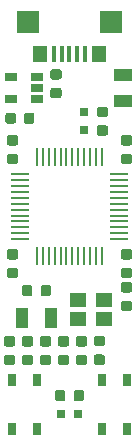
<source format=gtp>
G04 #@! TF.GenerationSoftware,KiCad,Pcbnew,(5.1.0)-1*
G04 #@! TF.CreationDate,2019-08-08T12:31:07-05:00*
G04 #@! TF.ProjectId,STM32F070_Breakout,53544d33-3246-4303-9730-5f427265616b,v02*
G04 #@! TF.SameCoordinates,Original*
G04 #@! TF.FileFunction,Paste,Top*
G04 #@! TF.FilePolarity,Positive*
%FSLAX46Y46*%
G04 Gerber Fmt 4.6, Leading zero omitted, Abs format (unit mm)*
G04 Created by KiCad (PCBNEW (5.1.0)-1) date 2019-08-08 12:31:07*
%MOMM*%
%LPD*%
G04 APERTURE LIST*
%ADD10R,1.560000X0.280000*%
%ADD11R,0.280000X1.560000*%
%ADD12C,0.100000*%
%ADD13C,0.875000*%
%ADD14R,0.800000X0.800000*%
%ADD15R,1.498600X0.990600*%
%ADD16R,1.060000X0.650000*%
%ADD17R,1.000000X1.800000*%
%ADD18R,1.400000X1.150000*%
%ADD19R,0.650000X1.050000*%
%ADD20R,0.400000X1.350000*%
%ADD21R,1.900000X1.900000*%
%ADD22R,1.250000X1.350000*%
G04 APERTURE END LIST*
D10*
X131710000Y-96476000D03*
X131710000Y-95976000D03*
X131710000Y-95476000D03*
X131710000Y-94976000D03*
X131710000Y-94476000D03*
X131710000Y-93976000D03*
X131710000Y-93476000D03*
X131710000Y-92976000D03*
X131710000Y-92476000D03*
X131710000Y-91976000D03*
X131710000Y-91476000D03*
X131710000Y-90976000D03*
D11*
X133140000Y-89546000D03*
X133640000Y-89546000D03*
X134140000Y-89546000D03*
X134640000Y-89546000D03*
X135140000Y-89546000D03*
X135640000Y-89546000D03*
X136140000Y-89546000D03*
X136640000Y-89546000D03*
X137140000Y-89546000D03*
X137640000Y-89546000D03*
X138140000Y-89546000D03*
X138640000Y-89546000D03*
D10*
X140070000Y-90976000D03*
X140070000Y-91476000D03*
X140070000Y-91976000D03*
X140070000Y-92476000D03*
X140070000Y-92976000D03*
X140070000Y-93476000D03*
X140070000Y-93976000D03*
X140070000Y-94476000D03*
X140070000Y-94976000D03*
X140070000Y-95476000D03*
X140070000Y-95976000D03*
X140070000Y-96476000D03*
D11*
X138640000Y-97906000D03*
X138140000Y-97906000D03*
X137640000Y-97906000D03*
X137140000Y-97906000D03*
X136640000Y-97906000D03*
X136140000Y-97906000D03*
X135640000Y-97906000D03*
X135140000Y-97906000D03*
X134640000Y-97906000D03*
X134140000Y-97906000D03*
X133640000Y-97906000D03*
X133140000Y-97906000D03*
D12*
G36*
X136917691Y-109254053D02*
G01*
X136938926Y-109257203D01*
X136959750Y-109262419D01*
X136979962Y-109269651D01*
X136999368Y-109278830D01*
X137017781Y-109289866D01*
X137035024Y-109302654D01*
X137050930Y-109317070D01*
X137065346Y-109332976D01*
X137078134Y-109350219D01*
X137089170Y-109368632D01*
X137098349Y-109388038D01*
X137105581Y-109408250D01*
X137110797Y-109429074D01*
X137113947Y-109450309D01*
X137115000Y-109471750D01*
X137115000Y-109984250D01*
X137113947Y-110005691D01*
X137110797Y-110026926D01*
X137105581Y-110047750D01*
X137098349Y-110067962D01*
X137089170Y-110087368D01*
X137078134Y-110105781D01*
X137065346Y-110123024D01*
X137050930Y-110138930D01*
X137035024Y-110153346D01*
X137017781Y-110166134D01*
X136999368Y-110177170D01*
X136979962Y-110186349D01*
X136959750Y-110193581D01*
X136938926Y-110198797D01*
X136917691Y-110201947D01*
X136896250Y-110203000D01*
X136458750Y-110203000D01*
X136437309Y-110201947D01*
X136416074Y-110198797D01*
X136395250Y-110193581D01*
X136375038Y-110186349D01*
X136355632Y-110177170D01*
X136337219Y-110166134D01*
X136319976Y-110153346D01*
X136304070Y-110138930D01*
X136289654Y-110123024D01*
X136276866Y-110105781D01*
X136265830Y-110087368D01*
X136256651Y-110067962D01*
X136249419Y-110047750D01*
X136244203Y-110026926D01*
X136241053Y-110005691D01*
X136240000Y-109984250D01*
X136240000Y-109471750D01*
X136241053Y-109450309D01*
X136244203Y-109429074D01*
X136249419Y-109408250D01*
X136256651Y-109388038D01*
X136265830Y-109368632D01*
X136276866Y-109350219D01*
X136289654Y-109332976D01*
X136304070Y-109317070D01*
X136319976Y-109302654D01*
X136337219Y-109289866D01*
X136355632Y-109278830D01*
X136375038Y-109269651D01*
X136395250Y-109262419D01*
X136416074Y-109257203D01*
X136437309Y-109254053D01*
X136458750Y-109253000D01*
X136896250Y-109253000D01*
X136917691Y-109254053D01*
X136917691Y-109254053D01*
G37*
D13*
X136677500Y-109728000D03*
D12*
G36*
X135342691Y-109254053D02*
G01*
X135363926Y-109257203D01*
X135384750Y-109262419D01*
X135404962Y-109269651D01*
X135424368Y-109278830D01*
X135442781Y-109289866D01*
X135460024Y-109302654D01*
X135475930Y-109317070D01*
X135490346Y-109332976D01*
X135503134Y-109350219D01*
X135514170Y-109368632D01*
X135523349Y-109388038D01*
X135530581Y-109408250D01*
X135535797Y-109429074D01*
X135538947Y-109450309D01*
X135540000Y-109471750D01*
X135540000Y-109984250D01*
X135538947Y-110005691D01*
X135535797Y-110026926D01*
X135530581Y-110047750D01*
X135523349Y-110067962D01*
X135514170Y-110087368D01*
X135503134Y-110105781D01*
X135490346Y-110123024D01*
X135475930Y-110138930D01*
X135460024Y-110153346D01*
X135442781Y-110166134D01*
X135424368Y-110177170D01*
X135404962Y-110186349D01*
X135384750Y-110193581D01*
X135363926Y-110198797D01*
X135342691Y-110201947D01*
X135321250Y-110203000D01*
X134883750Y-110203000D01*
X134862309Y-110201947D01*
X134841074Y-110198797D01*
X134820250Y-110193581D01*
X134800038Y-110186349D01*
X134780632Y-110177170D01*
X134762219Y-110166134D01*
X134744976Y-110153346D01*
X134729070Y-110138930D01*
X134714654Y-110123024D01*
X134701866Y-110105781D01*
X134690830Y-110087368D01*
X134681651Y-110067962D01*
X134674419Y-110047750D01*
X134669203Y-110026926D01*
X134666053Y-110005691D01*
X134665000Y-109984250D01*
X134665000Y-109471750D01*
X134666053Y-109450309D01*
X134669203Y-109429074D01*
X134674419Y-109408250D01*
X134681651Y-109388038D01*
X134690830Y-109368632D01*
X134701866Y-109350219D01*
X134714654Y-109332976D01*
X134729070Y-109317070D01*
X134744976Y-109302654D01*
X134762219Y-109289866D01*
X134780632Y-109278830D01*
X134800038Y-109269651D01*
X134820250Y-109262419D01*
X134841074Y-109257203D01*
X134862309Y-109254053D01*
X134883750Y-109253000D01*
X135321250Y-109253000D01*
X135342691Y-109254053D01*
X135342691Y-109254053D01*
G37*
D13*
X135102500Y-109728000D03*
D12*
G36*
X132611691Y-104694053D02*
G01*
X132632926Y-104697203D01*
X132653750Y-104702419D01*
X132673962Y-104709651D01*
X132693368Y-104718830D01*
X132711781Y-104729866D01*
X132729024Y-104742654D01*
X132744930Y-104757070D01*
X132759346Y-104772976D01*
X132772134Y-104790219D01*
X132783170Y-104808632D01*
X132792349Y-104828038D01*
X132799581Y-104848250D01*
X132804797Y-104869074D01*
X132807947Y-104890309D01*
X132809000Y-104911750D01*
X132809000Y-105349250D01*
X132807947Y-105370691D01*
X132804797Y-105391926D01*
X132799581Y-105412750D01*
X132792349Y-105432962D01*
X132783170Y-105452368D01*
X132772134Y-105470781D01*
X132759346Y-105488024D01*
X132744930Y-105503930D01*
X132729024Y-105518346D01*
X132711781Y-105531134D01*
X132693368Y-105542170D01*
X132673962Y-105551349D01*
X132653750Y-105558581D01*
X132632926Y-105563797D01*
X132611691Y-105566947D01*
X132590250Y-105568000D01*
X132077750Y-105568000D01*
X132056309Y-105566947D01*
X132035074Y-105563797D01*
X132014250Y-105558581D01*
X131994038Y-105551349D01*
X131974632Y-105542170D01*
X131956219Y-105531134D01*
X131938976Y-105518346D01*
X131923070Y-105503930D01*
X131908654Y-105488024D01*
X131895866Y-105470781D01*
X131884830Y-105452368D01*
X131875651Y-105432962D01*
X131868419Y-105412750D01*
X131863203Y-105391926D01*
X131860053Y-105370691D01*
X131859000Y-105349250D01*
X131859000Y-104911750D01*
X131860053Y-104890309D01*
X131863203Y-104869074D01*
X131868419Y-104848250D01*
X131875651Y-104828038D01*
X131884830Y-104808632D01*
X131895866Y-104790219D01*
X131908654Y-104772976D01*
X131923070Y-104757070D01*
X131938976Y-104742654D01*
X131956219Y-104729866D01*
X131974632Y-104718830D01*
X131994038Y-104709651D01*
X132014250Y-104702419D01*
X132035074Y-104697203D01*
X132056309Y-104694053D01*
X132077750Y-104693000D01*
X132590250Y-104693000D01*
X132611691Y-104694053D01*
X132611691Y-104694053D01*
G37*
D13*
X132334000Y-105130500D03*
D12*
G36*
X132611691Y-106269053D02*
G01*
X132632926Y-106272203D01*
X132653750Y-106277419D01*
X132673962Y-106284651D01*
X132693368Y-106293830D01*
X132711781Y-106304866D01*
X132729024Y-106317654D01*
X132744930Y-106332070D01*
X132759346Y-106347976D01*
X132772134Y-106365219D01*
X132783170Y-106383632D01*
X132792349Y-106403038D01*
X132799581Y-106423250D01*
X132804797Y-106444074D01*
X132807947Y-106465309D01*
X132809000Y-106486750D01*
X132809000Y-106924250D01*
X132807947Y-106945691D01*
X132804797Y-106966926D01*
X132799581Y-106987750D01*
X132792349Y-107007962D01*
X132783170Y-107027368D01*
X132772134Y-107045781D01*
X132759346Y-107063024D01*
X132744930Y-107078930D01*
X132729024Y-107093346D01*
X132711781Y-107106134D01*
X132693368Y-107117170D01*
X132673962Y-107126349D01*
X132653750Y-107133581D01*
X132632926Y-107138797D01*
X132611691Y-107141947D01*
X132590250Y-107143000D01*
X132077750Y-107143000D01*
X132056309Y-107141947D01*
X132035074Y-107138797D01*
X132014250Y-107133581D01*
X131994038Y-107126349D01*
X131974632Y-107117170D01*
X131956219Y-107106134D01*
X131938976Y-107093346D01*
X131923070Y-107078930D01*
X131908654Y-107063024D01*
X131895866Y-107045781D01*
X131884830Y-107027368D01*
X131875651Y-107007962D01*
X131868419Y-106987750D01*
X131863203Y-106966926D01*
X131860053Y-106945691D01*
X131859000Y-106924250D01*
X131859000Y-106486750D01*
X131860053Y-106465309D01*
X131863203Y-106444074D01*
X131868419Y-106423250D01*
X131875651Y-106403038D01*
X131884830Y-106383632D01*
X131895866Y-106365219D01*
X131908654Y-106347976D01*
X131923070Y-106332070D01*
X131938976Y-106317654D01*
X131956219Y-106304866D01*
X131974632Y-106293830D01*
X131994038Y-106284651D01*
X132014250Y-106277419D01*
X132035074Y-106272203D01*
X132056309Y-106269053D01*
X132077750Y-106268000D01*
X132590250Y-106268000D01*
X132611691Y-106269053D01*
X132611691Y-106269053D01*
G37*
D13*
X132334000Y-106705500D03*
D12*
G36*
X134135691Y-106269053D02*
G01*
X134156926Y-106272203D01*
X134177750Y-106277419D01*
X134197962Y-106284651D01*
X134217368Y-106293830D01*
X134235781Y-106304866D01*
X134253024Y-106317654D01*
X134268930Y-106332070D01*
X134283346Y-106347976D01*
X134296134Y-106365219D01*
X134307170Y-106383632D01*
X134316349Y-106403038D01*
X134323581Y-106423250D01*
X134328797Y-106444074D01*
X134331947Y-106465309D01*
X134333000Y-106486750D01*
X134333000Y-106924250D01*
X134331947Y-106945691D01*
X134328797Y-106966926D01*
X134323581Y-106987750D01*
X134316349Y-107007962D01*
X134307170Y-107027368D01*
X134296134Y-107045781D01*
X134283346Y-107063024D01*
X134268930Y-107078930D01*
X134253024Y-107093346D01*
X134235781Y-107106134D01*
X134217368Y-107117170D01*
X134197962Y-107126349D01*
X134177750Y-107133581D01*
X134156926Y-107138797D01*
X134135691Y-107141947D01*
X134114250Y-107143000D01*
X133601750Y-107143000D01*
X133580309Y-107141947D01*
X133559074Y-107138797D01*
X133538250Y-107133581D01*
X133518038Y-107126349D01*
X133498632Y-107117170D01*
X133480219Y-107106134D01*
X133462976Y-107093346D01*
X133447070Y-107078930D01*
X133432654Y-107063024D01*
X133419866Y-107045781D01*
X133408830Y-107027368D01*
X133399651Y-107007962D01*
X133392419Y-106987750D01*
X133387203Y-106966926D01*
X133384053Y-106945691D01*
X133383000Y-106924250D01*
X133383000Y-106486750D01*
X133384053Y-106465309D01*
X133387203Y-106444074D01*
X133392419Y-106423250D01*
X133399651Y-106403038D01*
X133408830Y-106383632D01*
X133419866Y-106365219D01*
X133432654Y-106347976D01*
X133447070Y-106332070D01*
X133462976Y-106317654D01*
X133480219Y-106304866D01*
X133498632Y-106293830D01*
X133518038Y-106284651D01*
X133538250Y-106277419D01*
X133559074Y-106272203D01*
X133580309Y-106269053D01*
X133601750Y-106268000D01*
X134114250Y-106268000D01*
X134135691Y-106269053D01*
X134135691Y-106269053D01*
G37*
D13*
X133858000Y-106705500D03*
D12*
G36*
X134135691Y-104694053D02*
G01*
X134156926Y-104697203D01*
X134177750Y-104702419D01*
X134197962Y-104709651D01*
X134217368Y-104718830D01*
X134235781Y-104729866D01*
X134253024Y-104742654D01*
X134268930Y-104757070D01*
X134283346Y-104772976D01*
X134296134Y-104790219D01*
X134307170Y-104808632D01*
X134316349Y-104828038D01*
X134323581Y-104848250D01*
X134328797Y-104869074D01*
X134331947Y-104890309D01*
X134333000Y-104911750D01*
X134333000Y-105349250D01*
X134331947Y-105370691D01*
X134328797Y-105391926D01*
X134323581Y-105412750D01*
X134316349Y-105432962D01*
X134307170Y-105452368D01*
X134296134Y-105470781D01*
X134283346Y-105488024D01*
X134268930Y-105503930D01*
X134253024Y-105518346D01*
X134235781Y-105531134D01*
X134217368Y-105542170D01*
X134197962Y-105551349D01*
X134177750Y-105558581D01*
X134156926Y-105563797D01*
X134135691Y-105566947D01*
X134114250Y-105568000D01*
X133601750Y-105568000D01*
X133580309Y-105566947D01*
X133559074Y-105563797D01*
X133538250Y-105558581D01*
X133518038Y-105551349D01*
X133498632Y-105542170D01*
X133480219Y-105531134D01*
X133462976Y-105518346D01*
X133447070Y-105503930D01*
X133432654Y-105488024D01*
X133419866Y-105470781D01*
X133408830Y-105452368D01*
X133399651Y-105432962D01*
X133392419Y-105412750D01*
X133387203Y-105391926D01*
X133384053Y-105370691D01*
X133383000Y-105349250D01*
X133383000Y-104911750D01*
X133384053Y-104890309D01*
X133387203Y-104869074D01*
X133392419Y-104848250D01*
X133399651Y-104828038D01*
X133408830Y-104808632D01*
X133419866Y-104790219D01*
X133432654Y-104772976D01*
X133447070Y-104757070D01*
X133462976Y-104742654D01*
X133480219Y-104729866D01*
X133498632Y-104718830D01*
X133518038Y-104709651D01*
X133538250Y-104702419D01*
X133559074Y-104697203D01*
X133580309Y-104694053D01*
X133601750Y-104693000D01*
X134114250Y-104693000D01*
X134135691Y-104694053D01*
X134135691Y-104694053D01*
G37*
D13*
X133858000Y-105130500D03*
D12*
G36*
X140993691Y-97328053D02*
G01*
X141014926Y-97331203D01*
X141035750Y-97336419D01*
X141055962Y-97343651D01*
X141075368Y-97352830D01*
X141093781Y-97363866D01*
X141111024Y-97376654D01*
X141126930Y-97391070D01*
X141141346Y-97406976D01*
X141154134Y-97424219D01*
X141165170Y-97442632D01*
X141174349Y-97462038D01*
X141181581Y-97482250D01*
X141186797Y-97503074D01*
X141189947Y-97524309D01*
X141191000Y-97545750D01*
X141191000Y-97983250D01*
X141189947Y-98004691D01*
X141186797Y-98025926D01*
X141181581Y-98046750D01*
X141174349Y-98066962D01*
X141165170Y-98086368D01*
X141154134Y-98104781D01*
X141141346Y-98122024D01*
X141126930Y-98137930D01*
X141111024Y-98152346D01*
X141093781Y-98165134D01*
X141075368Y-98176170D01*
X141055962Y-98185349D01*
X141035750Y-98192581D01*
X141014926Y-98197797D01*
X140993691Y-98200947D01*
X140972250Y-98202000D01*
X140459750Y-98202000D01*
X140438309Y-98200947D01*
X140417074Y-98197797D01*
X140396250Y-98192581D01*
X140376038Y-98185349D01*
X140356632Y-98176170D01*
X140338219Y-98165134D01*
X140320976Y-98152346D01*
X140305070Y-98137930D01*
X140290654Y-98122024D01*
X140277866Y-98104781D01*
X140266830Y-98086368D01*
X140257651Y-98066962D01*
X140250419Y-98046750D01*
X140245203Y-98025926D01*
X140242053Y-98004691D01*
X140241000Y-97983250D01*
X140241000Y-97545750D01*
X140242053Y-97524309D01*
X140245203Y-97503074D01*
X140250419Y-97482250D01*
X140257651Y-97462038D01*
X140266830Y-97442632D01*
X140277866Y-97424219D01*
X140290654Y-97406976D01*
X140305070Y-97391070D01*
X140320976Y-97376654D01*
X140338219Y-97363866D01*
X140356632Y-97352830D01*
X140376038Y-97343651D01*
X140396250Y-97336419D01*
X140417074Y-97331203D01*
X140438309Y-97328053D01*
X140459750Y-97327000D01*
X140972250Y-97327000D01*
X140993691Y-97328053D01*
X140993691Y-97328053D01*
G37*
D13*
X140716000Y-97764500D03*
D12*
G36*
X140993691Y-98903053D02*
G01*
X141014926Y-98906203D01*
X141035750Y-98911419D01*
X141055962Y-98918651D01*
X141075368Y-98927830D01*
X141093781Y-98938866D01*
X141111024Y-98951654D01*
X141126930Y-98966070D01*
X141141346Y-98981976D01*
X141154134Y-98999219D01*
X141165170Y-99017632D01*
X141174349Y-99037038D01*
X141181581Y-99057250D01*
X141186797Y-99078074D01*
X141189947Y-99099309D01*
X141191000Y-99120750D01*
X141191000Y-99558250D01*
X141189947Y-99579691D01*
X141186797Y-99600926D01*
X141181581Y-99621750D01*
X141174349Y-99641962D01*
X141165170Y-99661368D01*
X141154134Y-99679781D01*
X141141346Y-99697024D01*
X141126930Y-99712930D01*
X141111024Y-99727346D01*
X141093781Y-99740134D01*
X141075368Y-99751170D01*
X141055962Y-99760349D01*
X141035750Y-99767581D01*
X141014926Y-99772797D01*
X140993691Y-99775947D01*
X140972250Y-99777000D01*
X140459750Y-99777000D01*
X140438309Y-99775947D01*
X140417074Y-99772797D01*
X140396250Y-99767581D01*
X140376038Y-99760349D01*
X140356632Y-99751170D01*
X140338219Y-99740134D01*
X140320976Y-99727346D01*
X140305070Y-99712930D01*
X140290654Y-99697024D01*
X140277866Y-99679781D01*
X140266830Y-99661368D01*
X140257651Y-99641962D01*
X140250419Y-99621750D01*
X140245203Y-99600926D01*
X140242053Y-99579691D01*
X140241000Y-99558250D01*
X140241000Y-99120750D01*
X140242053Y-99099309D01*
X140245203Y-99078074D01*
X140250419Y-99057250D01*
X140257651Y-99037038D01*
X140266830Y-99017632D01*
X140277866Y-98999219D01*
X140290654Y-98981976D01*
X140305070Y-98966070D01*
X140320976Y-98951654D01*
X140338219Y-98938866D01*
X140356632Y-98927830D01*
X140376038Y-98918651D01*
X140396250Y-98911419D01*
X140417074Y-98906203D01*
X140438309Y-98903053D01*
X140459750Y-98902000D01*
X140972250Y-98902000D01*
X140993691Y-98903053D01*
X140993691Y-98903053D01*
G37*
D13*
X140716000Y-99339500D03*
D12*
G36*
X135024691Y-82088053D02*
G01*
X135045926Y-82091203D01*
X135066750Y-82096419D01*
X135086962Y-82103651D01*
X135106368Y-82112830D01*
X135124781Y-82123866D01*
X135142024Y-82136654D01*
X135157930Y-82151070D01*
X135172346Y-82166976D01*
X135185134Y-82184219D01*
X135196170Y-82202632D01*
X135205349Y-82222038D01*
X135212581Y-82242250D01*
X135217797Y-82263074D01*
X135220947Y-82284309D01*
X135222000Y-82305750D01*
X135222000Y-82743250D01*
X135220947Y-82764691D01*
X135217797Y-82785926D01*
X135212581Y-82806750D01*
X135205349Y-82826962D01*
X135196170Y-82846368D01*
X135185134Y-82864781D01*
X135172346Y-82882024D01*
X135157930Y-82897930D01*
X135142024Y-82912346D01*
X135124781Y-82925134D01*
X135106368Y-82936170D01*
X135086962Y-82945349D01*
X135066750Y-82952581D01*
X135045926Y-82957797D01*
X135024691Y-82960947D01*
X135003250Y-82962000D01*
X134490750Y-82962000D01*
X134469309Y-82960947D01*
X134448074Y-82957797D01*
X134427250Y-82952581D01*
X134407038Y-82945349D01*
X134387632Y-82936170D01*
X134369219Y-82925134D01*
X134351976Y-82912346D01*
X134336070Y-82897930D01*
X134321654Y-82882024D01*
X134308866Y-82864781D01*
X134297830Y-82846368D01*
X134288651Y-82826962D01*
X134281419Y-82806750D01*
X134276203Y-82785926D01*
X134273053Y-82764691D01*
X134272000Y-82743250D01*
X134272000Y-82305750D01*
X134273053Y-82284309D01*
X134276203Y-82263074D01*
X134281419Y-82242250D01*
X134288651Y-82222038D01*
X134297830Y-82202632D01*
X134308866Y-82184219D01*
X134321654Y-82166976D01*
X134336070Y-82151070D01*
X134351976Y-82136654D01*
X134369219Y-82123866D01*
X134387632Y-82112830D01*
X134407038Y-82103651D01*
X134427250Y-82096419D01*
X134448074Y-82091203D01*
X134469309Y-82088053D01*
X134490750Y-82087000D01*
X135003250Y-82087000D01*
X135024691Y-82088053D01*
X135024691Y-82088053D01*
G37*
D13*
X134747000Y-82524500D03*
D12*
G36*
X135024691Y-83663053D02*
G01*
X135045926Y-83666203D01*
X135066750Y-83671419D01*
X135086962Y-83678651D01*
X135106368Y-83687830D01*
X135124781Y-83698866D01*
X135142024Y-83711654D01*
X135157930Y-83726070D01*
X135172346Y-83741976D01*
X135185134Y-83759219D01*
X135196170Y-83777632D01*
X135205349Y-83797038D01*
X135212581Y-83817250D01*
X135217797Y-83838074D01*
X135220947Y-83859309D01*
X135222000Y-83880750D01*
X135222000Y-84318250D01*
X135220947Y-84339691D01*
X135217797Y-84360926D01*
X135212581Y-84381750D01*
X135205349Y-84401962D01*
X135196170Y-84421368D01*
X135185134Y-84439781D01*
X135172346Y-84457024D01*
X135157930Y-84472930D01*
X135142024Y-84487346D01*
X135124781Y-84500134D01*
X135106368Y-84511170D01*
X135086962Y-84520349D01*
X135066750Y-84527581D01*
X135045926Y-84532797D01*
X135024691Y-84535947D01*
X135003250Y-84537000D01*
X134490750Y-84537000D01*
X134469309Y-84535947D01*
X134448074Y-84532797D01*
X134427250Y-84527581D01*
X134407038Y-84520349D01*
X134387632Y-84511170D01*
X134369219Y-84500134D01*
X134351976Y-84487346D01*
X134336070Y-84472930D01*
X134321654Y-84457024D01*
X134308866Y-84439781D01*
X134297830Y-84421368D01*
X134288651Y-84401962D01*
X134281419Y-84381750D01*
X134276203Y-84360926D01*
X134273053Y-84339691D01*
X134272000Y-84318250D01*
X134272000Y-83880750D01*
X134273053Y-83859309D01*
X134276203Y-83838074D01*
X134281419Y-83817250D01*
X134288651Y-83797038D01*
X134297830Y-83777632D01*
X134308866Y-83759219D01*
X134321654Y-83741976D01*
X134336070Y-83726070D01*
X134351976Y-83711654D01*
X134369219Y-83698866D01*
X134387632Y-83687830D01*
X134407038Y-83678651D01*
X134427250Y-83671419D01*
X134448074Y-83666203D01*
X134469309Y-83663053D01*
X134490750Y-83662000D01*
X135003250Y-83662000D01*
X135024691Y-83663053D01*
X135024691Y-83663053D01*
G37*
D13*
X134747000Y-84099500D03*
D12*
G36*
X132726691Y-85759053D02*
G01*
X132747926Y-85762203D01*
X132768750Y-85767419D01*
X132788962Y-85774651D01*
X132808368Y-85783830D01*
X132826781Y-85794866D01*
X132844024Y-85807654D01*
X132859930Y-85822070D01*
X132874346Y-85837976D01*
X132887134Y-85855219D01*
X132898170Y-85873632D01*
X132907349Y-85893038D01*
X132914581Y-85913250D01*
X132919797Y-85934074D01*
X132922947Y-85955309D01*
X132924000Y-85976750D01*
X132924000Y-86489250D01*
X132922947Y-86510691D01*
X132919797Y-86531926D01*
X132914581Y-86552750D01*
X132907349Y-86572962D01*
X132898170Y-86592368D01*
X132887134Y-86610781D01*
X132874346Y-86628024D01*
X132859930Y-86643930D01*
X132844024Y-86658346D01*
X132826781Y-86671134D01*
X132808368Y-86682170D01*
X132788962Y-86691349D01*
X132768750Y-86698581D01*
X132747926Y-86703797D01*
X132726691Y-86706947D01*
X132705250Y-86708000D01*
X132267750Y-86708000D01*
X132246309Y-86706947D01*
X132225074Y-86703797D01*
X132204250Y-86698581D01*
X132184038Y-86691349D01*
X132164632Y-86682170D01*
X132146219Y-86671134D01*
X132128976Y-86658346D01*
X132113070Y-86643930D01*
X132098654Y-86628024D01*
X132085866Y-86610781D01*
X132074830Y-86592368D01*
X132065651Y-86572962D01*
X132058419Y-86552750D01*
X132053203Y-86531926D01*
X132050053Y-86510691D01*
X132049000Y-86489250D01*
X132049000Y-85976750D01*
X132050053Y-85955309D01*
X132053203Y-85934074D01*
X132058419Y-85913250D01*
X132065651Y-85893038D01*
X132074830Y-85873632D01*
X132085866Y-85855219D01*
X132098654Y-85837976D01*
X132113070Y-85822070D01*
X132128976Y-85807654D01*
X132146219Y-85794866D01*
X132164632Y-85783830D01*
X132184038Y-85774651D01*
X132204250Y-85767419D01*
X132225074Y-85762203D01*
X132246309Y-85759053D01*
X132267750Y-85758000D01*
X132705250Y-85758000D01*
X132726691Y-85759053D01*
X132726691Y-85759053D01*
G37*
D13*
X132486500Y-86233000D03*
D12*
G36*
X131151691Y-85759053D02*
G01*
X131172926Y-85762203D01*
X131193750Y-85767419D01*
X131213962Y-85774651D01*
X131233368Y-85783830D01*
X131251781Y-85794866D01*
X131269024Y-85807654D01*
X131284930Y-85822070D01*
X131299346Y-85837976D01*
X131312134Y-85855219D01*
X131323170Y-85873632D01*
X131332349Y-85893038D01*
X131339581Y-85913250D01*
X131344797Y-85934074D01*
X131347947Y-85955309D01*
X131349000Y-85976750D01*
X131349000Y-86489250D01*
X131347947Y-86510691D01*
X131344797Y-86531926D01*
X131339581Y-86552750D01*
X131332349Y-86572962D01*
X131323170Y-86592368D01*
X131312134Y-86610781D01*
X131299346Y-86628024D01*
X131284930Y-86643930D01*
X131269024Y-86658346D01*
X131251781Y-86671134D01*
X131233368Y-86682170D01*
X131213962Y-86691349D01*
X131193750Y-86698581D01*
X131172926Y-86703797D01*
X131151691Y-86706947D01*
X131130250Y-86708000D01*
X130692750Y-86708000D01*
X130671309Y-86706947D01*
X130650074Y-86703797D01*
X130629250Y-86698581D01*
X130609038Y-86691349D01*
X130589632Y-86682170D01*
X130571219Y-86671134D01*
X130553976Y-86658346D01*
X130538070Y-86643930D01*
X130523654Y-86628024D01*
X130510866Y-86610781D01*
X130499830Y-86592368D01*
X130490651Y-86572962D01*
X130483419Y-86552750D01*
X130478203Y-86531926D01*
X130475053Y-86510691D01*
X130474000Y-86489250D01*
X130474000Y-85976750D01*
X130475053Y-85955309D01*
X130478203Y-85934074D01*
X130483419Y-85913250D01*
X130490651Y-85893038D01*
X130499830Y-85873632D01*
X130510866Y-85855219D01*
X130523654Y-85837976D01*
X130538070Y-85822070D01*
X130553976Y-85807654D01*
X130571219Y-85794866D01*
X130589632Y-85783830D01*
X130609038Y-85774651D01*
X130629250Y-85767419D01*
X130650074Y-85762203D01*
X130671309Y-85759053D01*
X130692750Y-85758000D01*
X131130250Y-85758000D01*
X131151691Y-85759053D01*
X131151691Y-85759053D01*
G37*
D13*
X130911500Y-86233000D03*
D12*
G36*
X138707691Y-104668553D02*
G01*
X138728926Y-104671703D01*
X138749750Y-104676919D01*
X138769962Y-104684151D01*
X138789368Y-104693330D01*
X138807781Y-104704366D01*
X138825024Y-104717154D01*
X138840930Y-104731570D01*
X138855346Y-104747476D01*
X138868134Y-104764719D01*
X138879170Y-104783132D01*
X138888349Y-104802538D01*
X138895581Y-104822750D01*
X138900797Y-104843574D01*
X138903947Y-104864809D01*
X138905000Y-104886250D01*
X138905000Y-105323750D01*
X138903947Y-105345191D01*
X138900797Y-105366426D01*
X138895581Y-105387250D01*
X138888349Y-105407462D01*
X138879170Y-105426868D01*
X138868134Y-105445281D01*
X138855346Y-105462524D01*
X138840930Y-105478430D01*
X138825024Y-105492846D01*
X138807781Y-105505634D01*
X138789368Y-105516670D01*
X138769962Y-105525849D01*
X138749750Y-105533081D01*
X138728926Y-105538297D01*
X138707691Y-105541447D01*
X138686250Y-105542500D01*
X138173750Y-105542500D01*
X138152309Y-105541447D01*
X138131074Y-105538297D01*
X138110250Y-105533081D01*
X138090038Y-105525849D01*
X138070632Y-105516670D01*
X138052219Y-105505634D01*
X138034976Y-105492846D01*
X138019070Y-105478430D01*
X138004654Y-105462524D01*
X137991866Y-105445281D01*
X137980830Y-105426868D01*
X137971651Y-105407462D01*
X137964419Y-105387250D01*
X137959203Y-105366426D01*
X137956053Y-105345191D01*
X137955000Y-105323750D01*
X137955000Y-104886250D01*
X137956053Y-104864809D01*
X137959203Y-104843574D01*
X137964419Y-104822750D01*
X137971651Y-104802538D01*
X137980830Y-104783132D01*
X137991866Y-104764719D01*
X138004654Y-104747476D01*
X138019070Y-104731570D01*
X138034976Y-104717154D01*
X138052219Y-104704366D01*
X138070632Y-104693330D01*
X138090038Y-104684151D01*
X138110250Y-104676919D01*
X138131074Y-104671703D01*
X138152309Y-104668553D01*
X138173750Y-104667500D01*
X138686250Y-104667500D01*
X138707691Y-104668553D01*
X138707691Y-104668553D01*
G37*
D13*
X138430000Y-105105000D03*
D12*
G36*
X138707691Y-106243553D02*
G01*
X138728926Y-106246703D01*
X138749750Y-106251919D01*
X138769962Y-106259151D01*
X138789368Y-106268330D01*
X138807781Y-106279366D01*
X138825024Y-106292154D01*
X138840930Y-106306570D01*
X138855346Y-106322476D01*
X138868134Y-106339719D01*
X138879170Y-106358132D01*
X138888349Y-106377538D01*
X138895581Y-106397750D01*
X138900797Y-106418574D01*
X138903947Y-106439809D01*
X138905000Y-106461250D01*
X138905000Y-106898750D01*
X138903947Y-106920191D01*
X138900797Y-106941426D01*
X138895581Y-106962250D01*
X138888349Y-106982462D01*
X138879170Y-107001868D01*
X138868134Y-107020281D01*
X138855346Y-107037524D01*
X138840930Y-107053430D01*
X138825024Y-107067846D01*
X138807781Y-107080634D01*
X138789368Y-107091670D01*
X138769962Y-107100849D01*
X138749750Y-107108081D01*
X138728926Y-107113297D01*
X138707691Y-107116447D01*
X138686250Y-107117500D01*
X138173750Y-107117500D01*
X138152309Y-107116447D01*
X138131074Y-107113297D01*
X138110250Y-107108081D01*
X138090038Y-107100849D01*
X138070632Y-107091670D01*
X138052219Y-107080634D01*
X138034976Y-107067846D01*
X138019070Y-107053430D01*
X138004654Y-107037524D01*
X137991866Y-107020281D01*
X137980830Y-107001868D01*
X137971651Y-106982462D01*
X137964419Y-106962250D01*
X137959203Y-106941426D01*
X137956053Y-106920191D01*
X137955000Y-106898750D01*
X137955000Y-106461250D01*
X137956053Y-106439809D01*
X137959203Y-106418574D01*
X137964419Y-106397750D01*
X137971651Y-106377538D01*
X137980830Y-106358132D01*
X137991866Y-106339719D01*
X138004654Y-106322476D01*
X138019070Y-106306570D01*
X138034976Y-106292154D01*
X138052219Y-106279366D01*
X138070632Y-106268330D01*
X138090038Y-106259151D01*
X138110250Y-106251919D01*
X138131074Y-106246703D01*
X138152309Y-106243553D01*
X138173750Y-106242500D01*
X138686250Y-106242500D01*
X138707691Y-106243553D01*
X138707691Y-106243553D01*
G37*
D13*
X138430000Y-106680000D03*
D12*
G36*
X132548691Y-100364053D02*
G01*
X132569926Y-100367203D01*
X132590750Y-100372419D01*
X132610962Y-100379651D01*
X132630368Y-100388830D01*
X132648781Y-100399866D01*
X132666024Y-100412654D01*
X132681930Y-100427070D01*
X132696346Y-100442976D01*
X132709134Y-100460219D01*
X132720170Y-100478632D01*
X132729349Y-100498038D01*
X132736581Y-100518250D01*
X132741797Y-100539074D01*
X132744947Y-100560309D01*
X132746000Y-100581750D01*
X132746000Y-101094250D01*
X132744947Y-101115691D01*
X132741797Y-101136926D01*
X132736581Y-101157750D01*
X132729349Y-101177962D01*
X132720170Y-101197368D01*
X132709134Y-101215781D01*
X132696346Y-101233024D01*
X132681930Y-101248930D01*
X132666024Y-101263346D01*
X132648781Y-101276134D01*
X132630368Y-101287170D01*
X132610962Y-101296349D01*
X132590750Y-101303581D01*
X132569926Y-101308797D01*
X132548691Y-101311947D01*
X132527250Y-101313000D01*
X132089750Y-101313000D01*
X132068309Y-101311947D01*
X132047074Y-101308797D01*
X132026250Y-101303581D01*
X132006038Y-101296349D01*
X131986632Y-101287170D01*
X131968219Y-101276134D01*
X131950976Y-101263346D01*
X131935070Y-101248930D01*
X131920654Y-101233024D01*
X131907866Y-101215781D01*
X131896830Y-101197368D01*
X131887651Y-101177962D01*
X131880419Y-101157750D01*
X131875203Y-101136926D01*
X131872053Y-101115691D01*
X131871000Y-101094250D01*
X131871000Y-100581750D01*
X131872053Y-100560309D01*
X131875203Y-100539074D01*
X131880419Y-100518250D01*
X131887651Y-100498038D01*
X131896830Y-100478632D01*
X131907866Y-100460219D01*
X131920654Y-100442976D01*
X131935070Y-100427070D01*
X131950976Y-100412654D01*
X131968219Y-100399866D01*
X131986632Y-100388830D01*
X132006038Y-100379651D01*
X132026250Y-100372419D01*
X132047074Y-100367203D01*
X132068309Y-100364053D01*
X132089750Y-100363000D01*
X132527250Y-100363000D01*
X132548691Y-100364053D01*
X132548691Y-100364053D01*
G37*
D13*
X132308500Y-100838000D03*
D12*
G36*
X134123691Y-100364053D02*
G01*
X134144926Y-100367203D01*
X134165750Y-100372419D01*
X134185962Y-100379651D01*
X134205368Y-100388830D01*
X134223781Y-100399866D01*
X134241024Y-100412654D01*
X134256930Y-100427070D01*
X134271346Y-100442976D01*
X134284134Y-100460219D01*
X134295170Y-100478632D01*
X134304349Y-100498038D01*
X134311581Y-100518250D01*
X134316797Y-100539074D01*
X134319947Y-100560309D01*
X134321000Y-100581750D01*
X134321000Y-101094250D01*
X134319947Y-101115691D01*
X134316797Y-101136926D01*
X134311581Y-101157750D01*
X134304349Y-101177962D01*
X134295170Y-101197368D01*
X134284134Y-101215781D01*
X134271346Y-101233024D01*
X134256930Y-101248930D01*
X134241024Y-101263346D01*
X134223781Y-101276134D01*
X134205368Y-101287170D01*
X134185962Y-101296349D01*
X134165750Y-101303581D01*
X134144926Y-101308797D01*
X134123691Y-101311947D01*
X134102250Y-101313000D01*
X133664750Y-101313000D01*
X133643309Y-101311947D01*
X133622074Y-101308797D01*
X133601250Y-101303581D01*
X133581038Y-101296349D01*
X133561632Y-101287170D01*
X133543219Y-101276134D01*
X133525976Y-101263346D01*
X133510070Y-101248930D01*
X133495654Y-101233024D01*
X133482866Y-101215781D01*
X133471830Y-101197368D01*
X133462651Y-101177962D01*
X133455419Y-101157750D01*
X133450203Y-101136926D01*
X133447053Y-101115691D01*
X133446000Y-101094250D01*
X133446000Y-100581750D01*
X133447053Y-100560309D01*
X133450203Y-100539074D01*
X133455419Y-100518250D01*
X133462651Y-100498038D01*
X133471830Y-100478632D01*
X133482866Y-100460219D01*
X133495654Y-100442976D01*
X133510070Y-100427070D01*
X133525976Y-100412654D01*
X133543219Y-100399866D01*
X133561632Y-100388830D01*
X133581038Y-100379651D01*
X133601250Y-100372419D01*
X133622074Y-100367203D01*
X133643309Y-100364053D01*
X133664750Y-100363000D01*
X134102250Y-100363000D01*
X134123691Y-100364053D01*
X134123691Y-100364053D01*
G37*
D13*
X133883500Y-100838000D03*
D12*
G36*
X140993691Y-87676053D02*
G01*
X141014926Y-87679203D01*
X141035750Y-87684419D01*
X141055962Y-87691651D01*
X141075368Y-87700830D01*
X141093781Y-87711866D01*
X141111024Y-87724654D01*
X141126930Y-87739070D01*
X141141346Y-87754976D01*
X141154134Y-87772219D01*
X141165170Y-87790632D01*
X141174349Y-87810038D01*
X141181581Y-87830250D01*
X141186797Y-87851074D01*
X141189947Y-87872309D01*
X141191000Y-87893750D01*
X141191000Y-88331250D01*
X141189947Y-88352691D01*
X141186797Y-88373926D01*
X141181581Y-88394750D01*
X141174349Y-88414962D01*
X141165170Y-88434368D01*
X141154134Y-88452781D01*
X141141346Y-88470024D01*
X141126930Y-88485930D01*
X141111024Y-88500346D01*
X141093781Y-88513134D01*
X141075368Y-88524170D01*
X141055962Y-88533349D01*
X141035750Y-88540581D01*
X141014926Y-88545797D01*
X140993691Y-88548947D01*
X140972250Y-88550000D01*
X140459750Y-88550000D01*
X140438309Y-88548947D01*
X140417074Y-88545797D01*
X140396250Y-88540581D01*
X140376038Y-88533349D01*
X140356632Y-88524170D01*
X140338219Y-88513134D01*
X140320976Y-88500346D01*
X140305070Y-88485930D01*
X140290654Y-88470024D01*
X140277866Y-88452781D01*
X140266830Y-88434368D01*
X140257651Y-88414962D01*
X140250419Y-88394750D01*
X140245203Y-88373926D01*
X140242053Y-88352691D01*
X140241000Y-88331250D01*
X140241000Y-87893750D01*
X140242053Y-87872309D01*
X140245203Y-87851074D01*
X140250419Y-87830250D01*
X140257651Y-87810038D01*
X140266830Y-87790632D01*
X140277866Y-87772219D01*
X140290654Y-87754976D01*
X140305070Y-87739070D01*
X140320976Y-87724654D01*
X140338219Y-87711866D01*
X140356632Y-87700830D01*
X140376038Y-87691651D01*
X140396250Y-87684419D01*
X140417074Y-87679203D01*
X140438309Y-87676053D01*
X140459750Y-87675000D01*
X140972250Y-87675000D01*
X140993691Y-87676053D01*
X140993691Y-87676053D01*
G37*
D13*
X140716000Y-88112500D03*
D12*
G36*
X140993691Y-89251053D02*
G01*
X141014926Y-89254203D01*
X141035750Y-89259419D01*
X141055962Y-89266651D01*
X141075368Y-89275830D01*
X141093781Y-89286866D01*
X141111024Y-89299654D01*
X141126930Y-89314070D01*
X141141346Y-89329976D01*
X141154134Y-89347219D01*
X141165170Y-89365632D01*
X141174349Y-89385038D01*
X141181581Y-89405250D01*
X141186797Y-89426074D01*
X141189947Y-89447309D01*
X141191000Y-89468750D01*
X141191000Y-89906250D01*
X141189947Y-89927691D01*
X141186797Y-89948926D01*
X141181581Y-89969750D01*
X141174349Y-89989962D01*
X141165170Y-90009368D01*
X141154134Y-90027781D01*
X141141346Y-90045024D01*
X141126930Y-90060930D01*
X141111024Y-90075346D01*
X141093781Y-90088134D01*
X141075368Y-90099170D01*
X141055962Y-90108349D01*
X141035750Y-90115581D01*
X141014926Y-90120797D01*
X140993691Y-90123947D01*
X140972250Y-90125000D01*
X140459750Y-90125000D01*
X140438309Y-90123947D01*
X140417074Y-90120797D01*
X140396250Y-90115581D01*
X140376038Y-90108349D01*
X140356632Y-90099170D01*
X140338219Y-90088134D01*
X140320976Y-90075346D01*
X140305070Y-90060930D01*
X140290654Y-90045024D01*
X140277866Y-90027781D01*
X140266830Y-90009368D01*
X140257651Y-89989962D01*
X140250419Y-89969750D01*
X140245203Y-89948926D01*
X140242053Y-89927691D01*
X140241000Y-89906250D01*
X140241000Y-89468750D01*
X140242053Y-89447309D01*
X140245203Y-89426074D01*
X140250419Y-89405250D01*
X140257651Y-89385038D01*
X140266830Y-89365632D01*
X140277866Y-89347219D01*
X140290654Y-89329976D01*
X140305070Y-89314070D01*
X140320976Y-89299654D01*
X140338219Y-89286866D01*
X140356632Y-89275830D01*
X140376038Y-89266651D01*
X140396250Y-89259419D01*
X140417074Y-89254203D01*
X140438309Y-89251053D01*
X140459750Y-89250000D01*
X140972250Y-89250000D01*
X140993691Y-89251053D01*
X140993691Y-89251053D01*
G37*
D13*
X140716000Y-89687500D03*
D12*
G36*
X131341691Y-87676053D02*
G01*
X131362926Y-87679203D01*
X131383750Y-87684419D01*
X131403962Y-87691651D01*
X131423368Y-87700830D01*
X131441781Y-87711866D01*
X131459024Y-87724654D01*
X131474930Y-87739070D01*
X131489346Y-87754976D01*
X131502134Y-87772219D01*
X131513170Y-87790632D01*
X131522349Y-87810038D01*
X131529581Y-87830250D01*
X131534797Y-87851074D01*
X131537947Y-87872309D01*
X131539000Y-87893750D01*
X131539000Y-88331250D01*
X131537947Y-88352691D01*
X131534797Y-88373926D01*
X131529581Y-88394750D01*
X131522349Y-88414962D01*
X131513170Y-88434368D01*
X131502134Y-88452781D01*
X131489346Y-88470024D01*
X131474930Y-88485930D01*
X131459024Y-88500346D01*
X131441781Y-88513134D01*
X131423368Y-88524170D01*
X131403962Y-88533349D01*
X131383750Y-88540581D01*
X131362926Y-88545797D01*
X131341691Y-88548947D01*
X131320250Y-88550000D01*
X130807750Y-88550000D01*
X130786309Y-88548947D01*
X130765074Y-88545797D01*
X130744250Y-88540581D01*
X130724038Y-88533349D01*
X130704632Y-88524170D01*
X130686219Y-88513134D01*
X130668976Y-88500346D01*
X130653070Y-88485930D01*
X130638654Y-88470024D01*
X130625866Y-88452781D01*
X130614830Y-88434368D01*
X130605651Y-88414962D01*
X130598419Y-88394750D01*
X130593203Y-88373926D01*
X130590053Y-88352691D01*
X130589000Y-88331250D01*
X130589000Y-87893750D01*
X130590053Y-87872309D01*
X130593203Y-87851074D01*
X130598419Y-87830250D01*
X130605651Y-87810038D01*
X130614830Y-87790632D01*
X130625866Y-87772219D01*
X130638654Y-87754976D01*
X130653070Y-87739070D01*
X130668976Y-87724654D01*
X130686219Y-87711866D01*
X130704632Y-87700830D01*
X130724038Y-87691651D01*
X130744250Y-87684419D01*
X130765074Y-87679203D01*
X130786309Y-87676053D01*
X130807750Y-87675000D01*
X131320250Y-87675000D01*
X131341691Y-87676053D01*
X131341691Y-87676053D01*
G37*
D13*
X131064000Y-88112500D03*
D12*
G36*
X131341691Y-89251053D02*
G01*
X131362926Y-89254203D01*
X131383750Y-89259419D01*
X131403962Y-89266651D01*
X131423368Y-89275830D01*
X131441781Y-89286866D01*
X131459024Y-89299654D01*
X131474930Y-89314070D01*
X131489346Y-89329976D01*
X131502134Y-89347219D01*
X131513170Y-89365632D01*
X131522349Y-89385038D01*
X131529581Y-89405250D01*
X131534797Y-89426074D01*
X131537947Y-89447309D01*
X131539000Y-89468750D01*
X131539000Y-89906250D01*
X131537947Y-89927691D01*
X131534797Y-89948926D01*
X131529581Y-89969750D01*
X131522349Y-89989962D01*
X131513170Y-90009368D01*
X131502134Y-90027781D01*
X131489346Y-90045024D01*
X131474930Y-90060930D01*
X131459024Y-90075346D01*
X131441781Y-90088134D01*
X131423368Y-90099170D01*
X131403962Y-90108349D01*
X131383750Y-90115581D01*
X131362926Y-90120797D01*
X131341691Y-90123947D01*
X131320250Y-90125000D01*
X130807750Y-90125000D01*
X130786309Y-90123947D01*
X130765074Y-90120797D01*
X130744250Y-90115581D01*
X130724038Y-90108349D01*
X130704632Y-90099170D01*
X130686219Y-90088134D01*
X130668976Y-90075346D01*
X130653070Y-90060930D01*
X130638654Y-90045024D01*
X130625866Y-90027781D01*
X130614830Y-90009368D01*
X130605651Y-89989962D01*
X130598419Y-89969750D01*
X130593203Y-89948926D01*
X130590053Y-89927691D01*
X130589000Y-89906250D01*
X130589000Y-89468750D01*
X130590053Y-89447309D01*
X130593203Y-89426074D01*
X130598419Y-89405250D01*
X130605651Y-89385038D01*
X130614830Y-89365632D01*
X130625866Y-89347219D01*
X130638654Y-89329976D01*
X130653070Y-89314070D01*
X130668976Y-89299654D01*
X130686219Y-89286866D01*
X130704632Y-89275830D01*
X130724038Y-89266651D01*
X130744250Y-89259419D01*
X130765074Y-89254203D01*
X130786309Y-89251053D01*
X130807750Y-89250000D01*
X131320250Y-89250000D01*
X131341691Y-89251053D01*
X131341691Y-89251053D01*
G37*
D13*
X131064000Y-89687500D03*
D12*
G36*
X131341691Y-97328053D02*
G01*
X131362926Y-97331203D01*
X131383750Y-97336419D01*
X131403962Y-97343651D01*
X131423368Y-97352830D01*
X131441781Y-97363866D01*
X131459024Y-97376654D01*
X131474930Y-97391070D01*
X131489346Y-97406976D01*
X131502134Y-97424219D01*
X131513170Y-97442632D01*
X131522349Y-97462038D01*
X131529581Y-97482250D01*
X131534797Y-97503074D01*
X131537947Y-97524309D01*
X131539000Y-97545750D01*
X131539000Y-97983250D01*
X131537947Y-98004691D01*
X131534797Y-98025926D01*
X131529581Y-98046750D01*
X131522349Y-98066962D01*
X131513170Y-98086368D01*
X131502134Y-98104781D01*
X131489346Y-98122024D01*
X131474930Y-98137930D01*
X131459024Y-98152346D01*
X131441781Y-98165134D01*
X131423368Y-98176170D01*
X131403962Y-98185349D01*
X131383750Y-98192581D01*
X131362926Y-98197797D01*
X131341691Y-98200947D01*
X131320250Y-98202000D01*
X130807750Y-98202000D01*
X130786309Y-98200947D01*
X130765074Y-98197797D01*
X130744250Y-98192581D01*
X130724038Y-98185349D01*
X130704632Y-98176170D01*
X130686219Y-98165134D01*
X130668976Y-98152346D01*
X130653070Y-98137930D01*
X130638654Y-98122024D01*
X130625866Y-98104781D01*
X130614830Y-98086368D01*
X130605651Y-98066962D01*
X130598419Y-98046750D01*
X130593203Y-98025926D01*
X130590053Y-98004691D01*
X130589000Y-97983250D01*
X130589000Y-97545750D01*
X130590053Y-97524309D01*
X130593203Y-97503074D01*
X130598419Y-97482250D01*
X130605651Y-97462038D01*
X130614830Y-97442632D01*
X130625866Y-97424219D01*
X130638654Y-97406976D01*
X130653070Y-97391070D01*
X130668976Y-97376654D01*
X130686219Y-97363866D01*
X130704632Y-97352830D01*
X130724038Y-97343651D01*
X130744250Y-97336419D01*
X130765074Y-97331203D01*
X130786309Y-97328053D01*
X130807750Y-97327000D01*
X131320250Y-97327000D01*
X131341691Y-97328053D01*
X131341691Y-97328053D01*
G37*
D13*
X131064000Y-97764500D03*
D12*
G36*
X131341691Y-98903053D02*
G01*
X131362926Y-98906203D01*
X131383750Y-98911419D01*
X131403962Y-98918651D01*
X131423368Y-98927830D01*
X131441781Y-98938866D01*
X131459024Y-98951654D01*
X131474930Y-98966070D01*
X131489346Y-98981976D01*
X131502134Y-98999219D01*
X131513170Y-99017632D01*
X131522349Y-99037038D01*
X131529581Y-99057250D01*
X131534797Y-99078074D01*
X131537947Y-99099309D01*
X131539000Y-99120750D01*
X131539000Y-99558250D01*
X131537947Y-99579691D01*
X131534797Y-99600926D01*
X131529581Y-99621750D01*
X131522349Y-99641962D01*
X131513170Y-99661368D01*
X131502134Y-99679781D01*
X131489346Y-99697024D01*
X131474930Y-99712930D01*
X131459024Y-99727346D01*
X131441781Y-99740134D01*
X131423368Y-99751170D01*
X131403962Y-99760349D01*
X131383750Y-99767581D01*
X131362926Y-99772797D01*
X131341691Y-99775947D01*
X131320250Y-99777000D01*
X130807750Y-99777000D01*
X130786309Y-99775947D01*
X130765074Y-99772797D01*
X130744250Y-99767581D01*
X130724038Y-99760349D01*
X130704632Y-99751170D01*
X130686219Y-99740134D01*
X130668976Y-99727346D01*
X130653070Y-99712930D01*
X130638654Y-99697024D01*
X130625866Y-99679781D01*
X130614830Y-99661368D01*
X130605651Y-99641962D01*
X130598419Y-99621750D01*
X130593203Y-99600926D01*
X130590053Y-99579691D01*
X130589000Y-99558250D01*
X130589000Y-99120750D01*
X130590053Y-99099309D01*
X130593203Y-99078074D01*
X130598419Y-99057250D01*
X130605651Y-99037038D01*
X130614830Y-99017632D01*
X130625866Y-98999219D01*
X130638654Y-98981976D01*
X130653070Y-98966070D01*
X130668976Y-98951654D01*
X130686219Y-98938866D01*
X130704632Y-98927830D01*
X130724038Y-98918651D01*
X130744250Y-98911419D01*
X130765074Y-98906203D01*
X130786309Y-98903053D01*
X130807750Y-98902000D01*
X131320250Y-98902000D01*
X131341691Y-98903053D01*
X131341691Y-98903053D01*
G37*
D13*
X131064000Y-99339500D03*
D12*
G36*
X135659691Y-104694053D02*
G01*
X135680926Y-104697203D01*
X135701750Y-104702419D01*
X135721962Y-104709651D01*
X135741368Y-104718830D01*
X135759781Y-104729866D01*
X135777024Y-104742654D01*
X135792930Y-104757070D01*
X135807346Y-104772976D01*
X135820134Y-104790219D01*
X135831170Y-104808632D01*
X135840349Y-104828038D01*
X135847581Y-104848250D01*
X135852797Y-104869074D01*
X135855947Y-104890309D01*
X135857000Y-104911750D01*
X135857000Y-105349250D01*
X135855947Y-105370691D01*
X135852797Y-105391926D01*
X135847581Y-105412750D01*
X135840349Y-105432962D01*
X135831170Y-105452368D01*
X135820134Y-105470781D01*
X135807346Y-105488024D01*
X135792930Y-105503930D01*
X135777024Y-105518346D01*
X135759781Y-105531134D01*
X135741368Y-105542170D01*
X135721962Y-105551349D01*
X135701750Y-105558581D01*
X135680926Y-105563797D01*
X135659691Y-105566947D01*
X135638250Y-105568000D01*
X135125750Y-105568000D01*
X135104309Y-105566947D01*
X135083074Y-105563797D01*
X135062250Y-105558581D01*
X135042038Y-105551349D01*
X135022632Y-105542170D01*
X135004219Y-105531134D01*
X134986976Y-105518346D01*
X134971070Y-105503930D01*
X134956654Y-105488024D01*
X134943866Y-105470781D01*
X134932830Y-105452368D01*
X134923651Y-105432962D01*
X134916419Y-105412750D01*
X134911203Y-105391926D01*
X134908053Y-105370691D01*
X134907000Y-105349250D01*
X134907000Y-104911750D01*
X134908053Y-104890309D01*
X134911203Y-104869074D01*
X134916419Y-104848250D01*
X134923651Y-104828038D01*
X134932830Y-104808632D01*
X134943866Y-104790219D01*
X134956654Y-104772976D01*
X134971070Y-104757070D01*
X134986976Y-104742654D01*
X135004219Y-104729866D01*
X135022632Y-104718830D01*
X135042038Y-104709651D01*
X135062250Y-104702419D01*
X135083074Y-104697203D01*
X135104309Y-104694053D01*
X135125750Y-104693000D01*
X135638250Y-104693000D01*
X135659691Y-104694053D01*
X135659691Y-104694053D01*
G37*
D13*
X135382000Y-105130500D03*
D12*
G36*
X135659691Y-106269053D02*
G01*
X135680926Y-106272203D01*
X135701750Y-106277419D01*
X135721962Y-106284651D01*
X135741368Y-106293830D01*
X135759781Y-106304866D01*
X135777024Y-106317654D01*
X135792930Y-106332070D01*
X135807346Y-106347976D01*
X135820134Y-106365219D01*
X135831170Y-106383632D01*
X135840349Y-106403038D01*
X135847581Y-106423250D01*
X135852797Y-106444074D01*
X135855947Y-106465309D01*
X135857000Y-106486750D01*
X135857000Y-106924250D01*
X135855947Y-106945691D01*
X135852797Y-106966926D01*
X135847581Y-106987750D01*
X135840349Y-107007962D01*
X135831170Y-107027368D01*
X135820134Y-107045781D01*
X135807346Y-107063024D01*
X135792930Y-107078930D01*
X135777024Y-107093346D01*
X135759781Y-107106134D01*
X135741368Y-107117170D01*
X135721962Y-107126349D01*
X135701750Y-107133581D01*
X135680926Y-107138797D01*
X135659691Y-107141947D01*
X135638250Y-107143000D01*
X135125750Y-107143000D01*
X135104309Y-107141947D01*
X135083074Y-107138797D01*
X135062250Y-107133581D01*
X135042038Y-107126349D01*
X135022632Y-107117170D01*
X135004219Y-107106134D01*
X134986976Y-107093346D01*
X134971070Y-107078930D01*
X134956654Y-107063024D01*
X134943866Y-107045781D01*
X134932830Y-107027368D01*
X134923651Y-107007962D01*
X134916419Y-106987750D01*
X134911203Y-106966926D01*
X134908053Y-106945691D01*
X134907000Y-106924250D01*
X134907000Y-106486750D01*
X134908053Y-106465309D01*
X134911203Y-106444074D01*
X134916419Y-106423250D01*
X134923651Y-106403038D01*
X134932830Y-106383632D01*
X134943866Y-106365219D01*
X134956654Y-106347976D01*
X134971070Y-106332070D01*
X134986976Y-106317654D01*
X135004219Y-106304866D01*
X135022632Y-106293830D01*
X135042038Y-106284651D01*
X135062250Y-106277419D01*
X135083074Y-106272203D01*
X135104309Y-106269053D01*
X135125750Y-106268000D01*
X135638250Y-106268000D01*
X135659691Y-106269053D01*
X135659691Y-106269053D01*
G37*
D13*
X135382000Y-106705500D03*
D12*
G36*
X137183691Y-106269053D02*
G01*
X137204926Y-106272203D01*
X137225750Y-106277419D01*
X137245962Y-106284651D01*
X137265368Y-106293830D01*
X137283781Y-106304866D01*
X137301024Y-106317654D01*
X137316930Y-106332070D01*
X137331346Y-106347976D01*
X137344134Y-106365219D01*
X137355170Y-106383632D01*
X137364349Y-106403038D01*
X137371581Y-106423250D01*
X137376797Y-106444074D01*
X137379947Y-106465309D01*
X137381000Y-106486750D01*
X137381000Y-106924250D01*
X137379947Y-106945691D01*
X137376797Y-106966926D01*
X137371581Y-106987750D01*
X137364349Y-107007962D01*
X137355170Y-107027368D01*
X137344134Y-107045781D01*
X137331346Y-107063024D01*
X137316930Y-107078930D01*
X137301024Y-107093346D01*
X137283781Y-107106134D01*
X137265368Y-107117170D01*
X137245962Y-107126349D01*
X137225750Y-107133581D01*
X137204926Y-107138797D01*
X137183691Y-107141947D01*
X137162250Y-107143000D01*
X136649750Y-107143000D01*
X136628309Y-107141947D01*
X136607074Y-107138797D01*
X136586250Y-107133581D01*
X136566038Y-107126349D01*
X136546632Y-107117170D01*
X136528219Y-107106134D01*
X136510976Y-107093346D01*
X136495070Y-107078930D01*
X136480654Y-107063024D01*
X136467866Y-107045781D01*
X136456830Y-107027368D01*
X136447651Y-107007962D01*
X136440419Y-106987750D01*
X136435203Y-106966926D01*
X136432053Y-106945691D01*
X136431000Y-106924250D01*
X136431000Y-106486750D01*
X136432053Y-106465309D01*
X136435203Y-106444074D01*
X136440419Y-106423250D01*
X136447651Y-106403038D01*
X136456830Y-106383632D01*
X136467866Y-106365219D01*
X136480654Y-106347976D01*
X136495070Y-106332070D01*
X136510976Y-106317654D01*
X136528219Y-106304866D01*
X136546632Y-106293830D01*
X136566038Y-106284651D01*
X136586250Y-106277419D01*
X136607074Y-106272203D01*
X136628309Y-106269053D01*
X136649750Y-106268000D01*
X137162250Y-106268000D01*
X137183691Y-106269053D01*
X137183691Y-106269053D01*
G37*
D13*
X136906000Y-106705500D03*
D12*
G36*
X137183691Y-104694053D02*
G01*
X137204926Y-104697203D01*
X137225750Y-104702419D01*
X137245962Y-104709651D01*
X137265368Y-104718830D01*
X137283781Y-104729866D01*
X137301024Y-104742654D01*
X137316930Y-104757070D01*
X137331346Y-104772976D01*
X137344134Y-104790219D01*
X137355170Y-104808632D01*
X137364349Y-104828038D01*
X137371581Y-104848250D01*
X137376797Y-104869074D01*
X137379947Y-104890309D01*
X137381000Y-104911750D01*
X137381000Y-105349250D01*
X137379947Y-105370691D01*
X137376797Y-105391926D01*
X137371581Y-105412750D01*
X137364349Y-105432962D01*
X137355170Y-105452368D01*
X137344134Y-105470781D01*
X137331346Y-105488024D01*
X137316930Y-105503930D01*
X137301024Y-105518346D01*
X137283781Y-105531134D01*
X137265368Y-105542170D01*
X137245962Y-105551349D01*
X137225750Y-105558581D01*
X137204926Y-105563797D01*
X137183691Y-105566947D01*
X137162250Y-105568000D01*
X136649750Y-105568000D01*
X136628309Y-105566947D01*
X136607074Y-105563797D01*
X136586250Y-105558581D01*
X136566038Y-105551349D01*
X136546632Y-105542170D01*
X136528219Y-105531134D01*
X136510976Y-105518346D01*
X136495070Y-105503930D01*
X136480654Y-105488024D01*
X136467866Y-105470781D01*
X136456830Y-105452368D01*
X136447651Y-105432962D01*
X136440419Y-105412750D01*
X136435203Y-105391926D01*
X136432053Y-105370691D01*
X136431000Y-105349250D01*
X136431000Y-104911750D01*
X136432053Y-104890309D01*
X136435203Y-104869074D01*
X136440419Y-104848250D01*
X136447651Y-104828038D01*
X136456830Y-104808632D01*
X136467866Y-104790219D01*
X136480654Y-104772976D01*
X136495070Y-104757070D01*
X136510976Y-104742654D01*
X136528219Y-104729866D01*
X136546632Y-104718830D01*
X136566038Y-104709651D01*
X136586250Y-104702419D01*
X136607074Y-104697203D01*
X136628309Y-104694053D01*
X136649750Y-104693000D01*
X137162250Y-104693000D01*
X137183691Y-104694053D01*
X137183691Y-104694053D01*
G37*
D13*
X136906000Y-105130500D03*
D14*
X136640000Y-111252000D03*
X135140000Y-111252000D03*
X137160000Y-87237000D03*
X137160000Y-85737000D03*
D15*
X140462000Y-82600800D03*
X140462000Y-84785200D03*
D12*
G36*
X131087691Y-104694053D02*
G01*
X131108926Y-104697203D01*
X131129750Y-104702419D01*
X131149962Y-104709651D01*
X131169368Y-104718830D01*
X131187781Y-104729866D01*
X131205024Y-104742654D01*
X131220930Y-104757070D01*
X131235346Y-104772976D01*
X131248134Y-104790219D01*
X131259170Y-104808632D01*
X131268349Y-104828038D01*
X131275581Y-104848250D01*
X131280797Y-104869074D01*
X131283947Y-104890309D01*
X131285000Y-104911750D01*
X131285000Y-105349250D01*
X131283947Y-105370691D01*
X131280797Y-105391926D01*
X131275581Y-105412750D01*
X131268349Y-105432962D01*
X131259170Y-105452368D01*
X131248134Y-105470781D01*
X131235346Y-105488024D01*
X131220930Y-105503930D01*
X131205024Y-105518346D01*
X131187781Y-105531134D01*
X131169368Y-105542170D01*
X131149962Y-105551349D01*
X131129750Y-105558581D01*
X131108926Y-105563797D01*
X131087691Y-105566947D01*
X131066250Y-105568000D01*
X130553750Y-105568000D01*
X130532309Y-105566947D01*
X130511074Y-105563797D01*
X130490250Y-105558581D01*
X130470038Y-105551349D01*
X130450632Y-105542170D01*
X130432219Y-105531134D01*
X130414976Y-105518346D01*
X130399070Y-105503930D01*
X130384654Y-105488024D01*
X130371866Y-105470781D01*
X130360830Y-105452368D01*
X130351651Y-105432962D01*
X130344419Y-105412750D01*
X130339203Y-105391926D01*
X130336053Y-105370691D01*
X130335000Y-105349250D01*
X130335000Y-104911750D01*
X130336053Y-104890309D01*
X130339203Y-104869074D01*
X130344419Y-104848250D01*
X130351651Y-104828038D01*
X130360830Y-104808632D01*
X130371866Y-104790219D01*
X130384654Y-104772976D01*
X130399070Y-104757070D01*
X130414976Y-104742654D01*
X130432219Y-104729866D01*
X130450632Y-104718830D01*
X130470038Y-104709651D01*
X130490250Y-104702419D01*
X130511074Y-104697203D01*
X130532309Y-104694053D01*
X130553750Y-104693000D01*
X131066250Y-104693000D01*
X131087691Y-104694053D01*
X131087691Y-104694053D01*
G37*
D13*
X130810000Y-105130500D03*
D12*
G36*
X131087691Y-106269053D02*
G01*
X131108926Y-106272203D01*
X131129750Y-106277419D01*
X131149962Y-106284651D01*
X131169368Y-106293830D01*
X131187781Y-106304866D01*
X131205024Y-106317654D01*
X131220930Y-106332070D01*
X131235346Y-106347976D01*
X131248134Y-106365219D01*
X131259170Y-106383632D01*
X131268349Y-106403038D01*
X131275581Y-106423250D01*
X131280797Y-106444074D01*
X131283947Y-106465309D01*
X131285000Y-106486750D01*
X131285000Y-106924250D01*
X131283947Y-106945691D01*
X131280797Y-106966926D01*
X131275581Y-106987750D01*
X131268349Y-107007962D01*
X131259170Y-107027368D01*
X131248134Y-107045781D01*
X131235346Y-107063024D01*
X131220930Y-107078930D01*
X131205024Y-107093346D01*
X131187781Y-107106134D01*
X131169368Y-107117170D01*
X131149962Y-107126349D01*
X131129750Y-107133581D01*
X131108926Y-107138797D01*
X131087691Y-107141947D01*
X131066250Y-107143000D01*
X130553750Y-107143000D01*
X130532309Y-107141947D01*
X130511074Y-107138797D01*
X130490250Y-107133581D01*
X130470038Y-107126349D01*
X130450632Y-107117170D01*
X130432219Y-107106134D01*
X130414976Y-107093346D01*
X130399070Y-107078930D01*
X130384654Y-107063024D01*
X130371866Y-107045781D01*
X130360830Y-107027368D01*
X130351651Y-107007962D01*
X130344419Y-106987750D01*
X130339203Y-106966926D01*
X130336053Y-106945691D01*
X130335000Y-106924250D01*
X130335000Y-106486750D01*
X130336053Y-106465309D01*
X130339203Y-106444074D01*
X130344419Y-106423250D01*
X130351651Y-106403038D01*
X130360830Y-106383632D01*
X130371866Y-106365219D01*
X130384654Y-106347976D01*
X130399070Y-106332070D01*
X130414976Y-106317654D01*
X130432219Y-106304866D01*
X130450632Y-106293830D01*
X130470038Y-106284651D01*
X130490250Y-106277419D01*
X130511074Y-106272203D01*
X130532309Y-106269053D01*
X130553750Y-106268000D01*
X131066250Y-106268000D01*
X131087691Y-106269053D01*
X131087691Y-106269053D01*
G37*
D13*
X130810000Y-106705500D03*
D12*
G36*
X138961691Y-86838053D02*
G01*
X138982926Y-86841203D01*
X139003750Y-86846419D01*
X139023962Y-86853651D01*
X139043368Y-86862830D01*
X139061781Y-86873866D01*
X139079024Y-86886654D01*
X139094930Y-86901070D01*
X139109346Y-86916976D01*
X139122134Y-86934219D01*
X139133170Y-86952632D01*
X139142349Y-86972038D01*
X139149581Y-86992250D01*
X139154797Y-87013074D01*
X139157947Y-87034309D01*
X139159000Y-87055750D01*
X139159000Y-87493250D01*
X139157947Y-87514691D01*
X139154797Y-87535926D01*
X139149581Y-87556750D01*
X139142349Y-87576962D01*
X139133170Y-87596368D01*
X139122134Y-87614781D01*
X139109346Y-87632024D01*
X139094930Y-87647930D01*
X139079024Y-87662346D01*
X139061781Y-87675134D01*
X139043368Y-87686170D01*
X139023962Y-87695349D01*
X139003750Y-87702581D01*
X138982926Y-87707797D01*
X138961691Y-87710947D01*
X138940250Y-87712000D01*
X138427750Y-87712000D01*
X138406309Y-87710947D01*
X138385074Y-87707797D01*
X138364250Y-87702581D01*
X138344038Y-87695349D01*
X138324632Y-87686170D01*
X138306219Y-87675134D01*
X138288976Y-87662346D01*
X138273070Y-87647930D01*
X138258654Y-87632024D01*
X138245866Y-87614781D01*
X138234830Y-87596368D01*
X138225651Y-87576962D01*
X138218419Y-87556750D01*
X138213203Y-87535926D01*
X138210053Y-87514691D01*
X138209000Y-87493250D01*
X138209000Y-87055750D01*
X138210053Y-87034309D01*
X138213203Y-87013074D01*
X138218419Y-86992250D01*
X138225651Y-86972038D01*
X138234830Y-86952632D01*
X138245866Y-86934219D01*
X138258654Y-86916976D01*
X138273070Y-86901070D01*
X138288976Y-86886654D01*
X138306219Y-86873866D01*
X138324632Y-86862830D01*
X138344038Y-86853651D01*
X138364250Y-86846419D01*
X138385074Y-86841203D01*
X138406309Y-86838053D01*
X138427750Y-86837000D01*
X138940250Y-86837000D01*
X138961691Y-86838053D01*
X138961691Y-86838053D01*
G37*
D13*
X138684000Y-87274500D03*
D12*
G36*
X138961691Y-85263053D02*
G01*
X138982926Y-85266203D01*
X139003750Y-85271419D01*
X139023962Y-85278651D01*
X139043368Y-85287830D01*
X139061781Y-85298866D01*
X139079024Y-85311654D01*
X139094930Y-85326070D01*
X139109346Y-85341976D01*
X139122134Y-85359219D01*
X139133170Y-85377632D01*
X139142349Y-85397038D01*
X139149581Y-85417250D01*
X139154797Y-85438074D01*
X139157947Y-85459309D01*
X139159000Y-85480750D01*
X139159000Y-85918250D01*
X139157947Y-85939691D01*
X139154797Y-85960926D01*
X139149581Y-85981750D01*
X139142349Y-86001962D01*
X139133170Y-86021368D01*
X139122134Y-86039781D01*
X139109346Y-86057024D01*
X139094930Y-86072930D01*
X139079024Y-86087346D01*
X139061781Y-86100134D01*
X139043368Y-86111170D01*
X139023962Y-86120349D01*
X139003750Y-86127581D01*
X138982926Y-86132797D01*
X138961691Y-86135947D01*
X138940250Y-86137000D01*
X138427750Y-86137000D01*
X138406309Y-86135947D01*
X138385074Y-86132797D01*
X138364250Y-86127581D01*
X138344038Y-86120349D01*
X138324632Y-86111170D01*
X138306219Y-86100134D01*
X138288976Y-86087346D01*
X138273070Y-86072930D01*
X138258654Y-86057024D01*
X138245866Y-86039781D01*
X138234830Y-86021368D01*
X138225651Y-86001962D01*
X138218419Y-85981750D01*
X138213203Y-85960926D01*
X138210053Y-85939691D01*
X138209000Y-85918250D01*
X138209000Y-85480750D01*
X138210053Y-85459309D01*
X138213203Y-85438074D01*
X138218419Y-85417250D01*
X138225651Y-85397038D01*
X138234830Y-85377632D01*
X138245866Y-85359219D01*
X138258654Y-85341976D01*
X138273070Y-85326070D01*
X138288976Y-85311654D01*
X138306219Y-85298866D01*
X138324632Y-85287830D01*
X138344038Y-85278651D01*
X138364250Y-85271419D01*
X138385074Y-85266203D01*
X138406309Y-85263053D01*
X138427750Y-85262000D01*
X138940250Y-85262000D01*
X138961691Y-85263053D01*
X138961691Y-85263053D01*
G37*
D13*
X138684000Y-85699500D03*
D16*
X133180000Y-84643000D03*
X133180000Y-83693000D03*
X133180000Y-82743000D03*
X130980000Y-82743000D03*
X130980000Y-84643000D03*
D17*
X134346000Y-103124000D03*
X131846000Y-103124000D03*
D18*
X136652000Y-101600000D03*
X138852000Y-101600000D03*
X138852000Y-103200000D03*
X136652000Y-103200000D03*
D19*
X138625000Y-112565000D03*
X138625000Y-108415000D03*
X140775000Y-112565000D03*
X140775000Y-108415000D03*
X133155000Y-108415000D03*
X133155000Y-112565000D03*
X131005000Y-108415000D03*
X131005000Y-112565000D03*
D12*
G36*
X140993691Y-100122053D02*
G01*
X141014926Y-100125203D01*
X141035750Y-100130419D01*
X141055962Y-100137651D01*
X141075368Y-100146830D01*
X141093781Y-100157866D01*
X141111024Y-100170654D01*
X141126930Y-100185070D01*
X141141346Y-100200976D01*
X141154134Y-100218219D01*
X141165170Y-100236632D01*
X141174349Y-100256038D01*
X141181581Y-100276250D01*
X141186797Y-100297074D01*
X141189947Y-100318309D01*
X141191000Y-100339750D01*
X141191000Y-100777250D01*
X141189947Y-100798691D01*
X141186797Y-100819926D01*
X141181581Y-100840750D01*
X141174349Y-100860962D01*
X141165170Y-100880368D01*
X141154134Y-100898781D01*
X141141346Y-100916024D01*
X141126930Y-100931930D01*
X141111024Y-100946346D01*
X141093781Y-100959134D01*
X141075368Y-100970170D01*
X141055962Y-100979349D01*
X141035750Y-100986581D01*
X141014926Y-100991797D01*
X140993691Y-100994947D01*
X140972250Y-100996000D01*
X140459750Y-100996000D01*
X140438309Y-100994947D01*
X140417074Y-100991797D01*
X140396250Y-100986581D01*
X140376038Y-100979349D01*
X140356632Y-100970170D01*
X140338219Y-100959134D01*
X140320976Y-100946346D01*
X140305070Y-100931930D01*
X140290654Y-100916024D01*
X140277866Y-100898781D01*
X140266830Y-100880368D01*
X140257651Y-100860962D01*
X140250419Y-100840750D01*
X140245203Y-100819926D01*
X140242053Y-100798691D01*
X140241000Y-100777250D01*
X140241000Y-100339750D01*
X140242053Y-100318309D01*
X140245203Y-100297074D01*
X140250419Y-100276250D01*
X140257651Y-100256038D01*
X140266830Y-100236632D01*
X140277866Y-100218219D01*
X140290654Y-100200976D01*
X140305070Y-100185070D01*
X140320976Y-100170654D01*
X140338219Y-100157866D01*
X140356632Y-100146830D01*
X140376038Y-100137651D01*
X140396250Y-100130419D01*
X140417074Y-100125203D01*
X140438309Y-100122053D01*
X140459750Y-100121000D01*
X140972250Y-100121000D01*
X140993691Y-100122053D01*
X140993691Y-100122053D01*
G37*
D13*
X140716000Y-100558500D03*
D12*
G36*
X140993691Y-101697053D02*
G01*
X141014926Y-101700203D01*
X141035750Y-101705419D01*
X141055962Y-101712651D01*
X141075368Y-101721830D01*
X141093781Y-101732866D01*
X141111024Y-101745654D01*
X141126930Y-101760070D01*
X141141346Y-101775976D01*
X141154134Y-101793219D01*
X141165170Y-101811632D01*
X141174349Y-101831038D01*
X141181581Y-101851250D01*
X141186797Y-101872074D01*
X141189947Y-101893309D01*
X141191000Y-101914750D01*
X141191000Y-102352250D01*
X141189947Y-102373691D01*
X141186797Y-102394926D01*
X141181581Y-102415750D01*
X141174349Y-102435962D01*
X141165170Y-102455368D01*
X141154134Y-102473781D01*
X141141346Y-102491024D01*
X141126930Y-102506930D01*
X141111024Y-102521346D01*
X141093781Y-102534134D01*
X141075368Y-102545170D01*
X141055962Y-102554349D01*
X141035750Y-102561581D01*
X141014926Y-102566797D01*
X140993691Y-102569947D01*
X140972250Y-102571000D01*
X140459750Y-102571000D01*
X140438309Y-102569947D01*
X140417074Y-102566797D01*
X140396250Y-102561581D01*
X140376038Y-102554349D01*
X140356632Y-102545170D01*
X140338219Y-102534134D01*
X140320976Y-102521346D01*
X140305070Y-102506930D01*
X140290654Y-102491024D01*
X140277866Y-102473781D01*
X140266830Y-102455368D01*
X140257651Y-102435962D01*
X140250419Y-102415750D01*
X140245203Y-102394926D01*
X140242053Y-102373691D01*
X140241000Y-102352250D01*
X140241000Y-101914750D01*
X140242053Y-101893309D01*
X140245203Y-101872074D01*
X140250419Y-101851250D01*
X140257651Y-101831038D01*
X140266830Y-101811632D01*
X140277866Y-101793219D01*
X140290654Y-101775976D01*
X140305070Y-101760070D01*
X140320976Y-101745654D01*
X140338219Y-101732866D01*
X140356632Y-101721830D01*
X140376038Y-101712651D01*
X140396250Y-101705419D01*
X140417074Y-101700203D01*
X140438309Y-101697053D01*
X140459750Y-101696000D01*
X140972250Y-101696000D01*
X140993691Y-101697053D01*
X140993691Y-101697053D01*
G37*
D13*
X140716000Y-102133500D03*
D20*
X135890000Y-80772000D03*
X135240000Y-80772000D03*
X134590000Y-80772000D03*
X136540000Y-80772000D03*
X137190000Y-80772000D03*
D21*
X139390000Y-78072000D03*
X132390000Y-78072000D03*
D22*
X138390000Y-80772000D03*
X133390000Y-80772000D03*
M02*

</source>
